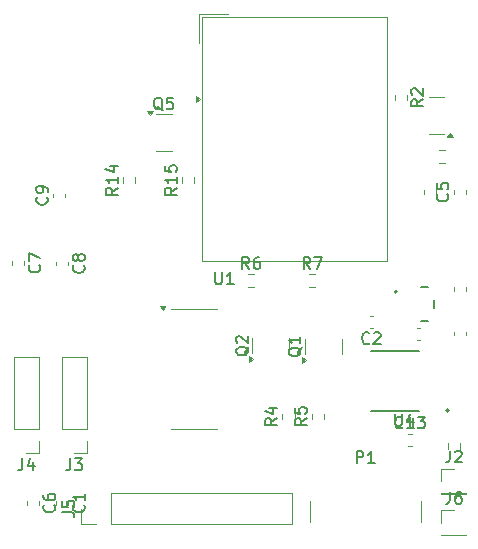
<source format=gbr>
%TF.GenerationSoftware,KiCad,Pcbnew,8.0.2*%
%TF.CreationDate,2025-04-11T11:57:09+07:00*%
%TF.ProjectId,wearable_device,77656172-6162-46c6-955f-646576696365,rev?*%
%TF.SameCoordinates,Original*%
%TF.FileFunction,Legend,Top*%
%TF.FilePolarity,Positive*%
%FSLAX46Y46*%
G04 Gerber Fmt 4.6, Leading zero omitted, Abs format (unit mm)*
G04 Created by KiCad (PCBNEW 8.0.2) date 2025-04-11 11:57:09*
%MOMM*%
%LPD*%
G01*
G04 APERTURE LIST*
%ADD10C,0.150000*%
%ADD11C,0.120000*%
%ADD12C,0.127000*%
%ADD13C,0.200000*%
G04 APERTURE END LIST*
D10*
X190039580Y-73641666D02*
X190087200Y-73689285D01*
X190087200Y-73689285D02*
X190134819Y-73832142D01*
X190134819Y-73832142D02*
X190134819Y-73927380D01*
X190134819Y-73927380D02*
X190087200Y-74070237D01*
X190087200Y-74070237D02*
X189991961Y-74165475D01*
X189991961Y-74165475D02*
X189896723Y-74213094D01*
X189896723Y-74213094D02*
X189706247Y-74260713D01*
X189706247Y-74260713D02*
X189563390Y-74260713D01*
X189563390Y-74260713D02*
X189372914Y-74213094D01*
X189372914Y-74213094D02*
X189277676Y-74165475D01*
X189277676Y-74165475D02*
X189182438Y-74070237D01*
X189182438Y-74070237D02*
X189134819Y-73927380D01*
X189134819Y-73927380D02*
X189134819Y-73832142D01*
X189134819Y-73832142D02*
X189182438Y-73689285D01*
X189182438Y-73689285D02*
X189230057Y-73641666D01*
X189134819Y-73308332D02*
X189134819Y-72641666D01*
X189134819Y-72641666D02*
X190134819Y-73070237D01*
X224816666Y-92844819D02*
X224816666Y-93559104D01*
X224816666Y-93559104D02*
X224769047Y-93701961D01*
X224769047Y-93701961D02*
X224673809Y-93797200D01*
X224673809Y-93797200D02*
X224530952Y-93844819D01*
X224530952Y-93844819D02*
X224435714Y-93844819D01*
X225721428Y-92844819D02*
X225530952Y-92844819D01*
X225530952Y-92844819D02*
X225435714Y-92892438D01*
X225435714Y-92892438D02*
X225388095Y-92940057D01*
X225388095Y-92940057D02*
X225292857Y-93082914D01*
X225292857Y-93082914D02*
X225245238Y-93273390D01*
X225245238Y-93273390D02*
X225245238Y-93654342D01*
X225245238Y-93654342D02*
X225292857Y-93749580D01*
X225292857Y-93749580D02*
X225340476Y-93797200D01*
X225340476Y-93797200D02*
X225435714Y-93844819D01*
X225435714Y-93844819D02*
X225626190Y-93844819D01*
X225626190Y-93844819D02*
X225721428Y-93797200D01*
X225721428Y-93797200D02*
X225769047Y-93749580D01*
X225769047Y-93749580D02*
X225816666Y-93654342D01*
X225816666Y-93654342D02*
X225816666Y-93416247D01*
X225816666Y-93416247D02*
X225769047Y-93321009D01*
X225769047Y-93321009D02*
X225721428Y-93273390D01*
X225721428Y-93273390D02*
X225626190Y-93225771D01*
X225626190Y-93225771D02*
X225435714Y-93225771D01*
X225435714Y-93225771D02*
X225340476Y-93273390D01*
X225340476Y-93273390D02*
X225292857Y-93321009D01*
X225292857Y-93321009D02*
X225245238Y-93416247D01*
X212674819Y-86616666D02*
X212198628Y-86949999D01*
X212674819Y-87188094D02*
X211674819Y-87188094D01*
X211674819Y-87188094D02*
X211674819Y-86807142D01*
X211674819Y-86807142D02*
X211722438Y-86711904D01*
X211722438Y-86711904D02*
X211770057Y-86664285D01*
X211770057Y-86664285D02*
X211865295Y-86616666D01*
X211865295Y-86616666D02*
X212008152Y-86616666D01*
X212008152Y-86616666D02*
X212103390Y-86664285D01*
X212103390Y-86664285D02*
X212151009Y-86711904D01*
X212151009Y-86711904D02*
X212198628Y-86807142D01*
X212198628Y-86807142D02*
X212198628Y-87188094D01*
X211674819Y-85711904D02*
X211674819Y-86188094D01*
X211674819Y-86188094D02*
X212151009Y-86235713D01*
X212151009Y-86235713D02*
X212103390Y-86188094D01*
X212103390Y-86188094D02*
X212055771Y-86092856D01*
X212055771Y-86092856D02*
X212055771Y-85854761D01*
X212055771Y-85854761D02*
X212103390Y-85759523D01*
X212103390Y-85759523D02*
X212151009Y-85711904D01*
X212151009Y-85711904D02*
X212246247Y-85664285D01*
X212246247Y-85664285D02*
X212484342Y-85664285D01*
X212484342Y-85664285D02*
X212579580Y-85711904D01*
X212579580Y-85711904D02*
X212627200Y-85759523D01*
X212627200Y-85759523D02*
X212674819Y-85854761D01*
X212674819Y-85854761D02*
X212674819Y-86092856D01*
X212674819Y-86092856D02*
X212627200Y-86188094D01*
X212627200Y-86188094D02*
X212579580Y-86235713D01*
X204938095Y-74254819D02*
X204938095Y-75064342D01*
X204938095Y-75064342D02*
X204985714Y-75159580D01*
X204985714Y-75159580D02*
X205033333Y-75207200D01*
X205033333Y-75207200D02*
X205128571Y-75254819D01*
X205128571Y-75254819D02*
X205319047Y-75254819D01*
X205319047Y-75254819D02*
X205414285Y-75207200D01*
X205414285Y-75207200D02*
X205461904Y-75159580D01*
X205461904Y-75159580D02*
X205509523Y-75064342D01*
X205509523Y-75064342D02*
X205509523Y-74254819D01*
X206509523Y-75254819D02*
X205938095Y-75254819D01*
X206223809Y-75254819D02*
X206223809Y-74254819D01*
X206223809Y-74254819D02*
X206128571Y-74397676D01*
X206128571Y-74397676D02*
X206033333Y-74492914D01*
X206033333Y-74492914D02*
X205938095Y-74540533D01*
X212983333Y-73974819D02*
X212650000Y-73498628D01*
X212411905Y-73974819D02*
X212411905Y-72974819D01*
X212411905Y-72974819D02*
X212792857Y-72974819D01*
X212792857Y-72974819D02*
X212888095Y-73022438D01*
X212888095Y-73022438D02*
X212935714Y-73070057D01*
X212935714Y-73070057D02*
X212983333Y-73165295D01*
X212983333Y-73165295D02*
X212983333Y-73308152D01*
X212983333Y-73308152D02*
X212935714Y-73403390D01*
X212935714Y-73403390D02*
X212888095Y-73451009D01*
X212888095Y-73451009D02*
X212792857Y-73498628D01*
X212792857Y-73498628D02*
X212411905Y-73498628D01*
X213316667Y-72974819D02*
X213983333Y-72974819D01*
X213983333Y-72974819D02*
X213554762Y-73974819D01*
X222534819Y-59616666D02*
X222058628Y-59949999D01*
X222534819Y-60188094D02*
X221534819Y-60188094D01*
X221534819Y-60188094D02*
X221534819Y-59807142D01*
X221534819Y-59807142D02*
X221582438Y-59711904D01*
X221582438Y-59711904D02*
X221630057Y-59664285D01*
X221630057Y-59664285D02*
X221725295Y-59616666D01*
X221725295Y-59616666D02*
X221868152Y-59616666D01*
X221868152Y-59616666D02*
X221963390Y-59664285D01*
X221963390Y-59664285D02*
X222011009Y-59711904D01*
X222011009Y-59711904D02*
X222058628Y-59807142D01*
X222058628Y-59807142D02*
X222058628Y-60188094D01*
X221630057Y-59235713D02*
X221582438Y-59188094D01*
X221582438Y-59188094D02*
X221534819Y-59092856D01*
X221534819Y-59092856D02*
X221534819Y-58854761D01*
X221534819Y-58854761D02*
X221582438Y-58759523D01*
X221582438Y-58759523D02*
X221630057Y-58711904D01*
X221630057Y-58711904D02*
X221725295Y-58664285D01*
X221725295Y-58664285D02*
X221820533Y-58664285D01*
X221820533Y-58664285D02*
X221963390Y-58711904D01*
X221963390Y-58711904D02*
X222534819Y-59283332D01*
X222534819Y-59283332D02*
X222534819Y-58664285D01*
X212250057Y-80607738D02*
X212202438Y-80702976D01*
X212202438Y-80702976D02*
X212107200Y-80798214D01*
X212107200Y-80798214D02*
X211964342Y-80941071D01*
X211964342Y-80941071D02*
X211916723Y-81036309D01*
X211916723Y-81036309D02*
X211916723Y-81131547D01*
X212154819Y-81083928D02*
X212107200Y-81179166D01*
X212107200Y-81179166D02*
X212011961Y-81274404D01*
X212011961Y-81274404D02*
X211821485Y-81322023D01*
X211821485Y-81322023D02*
X211488152Y-81322023D01*
X211488152Y-81322023D02*
X211297676Y-81274404D01*
X211297676Y-81274404D02*
X211202438Y-81179166D01*
X211202438Y-81179166D02*
X211154819Y-81083928D01*
X211154819Y-81083928D02*
X211154819Y-80893452D01*
X211154819Y-80893452D02*
X211202438Y-80798214D01*
X211202438Y-80798214D02*
X211297676Y-80702976D01*
X211297676Y-80702976D02*
X211488152Y-80655357D01*
X211488152Y-80655357D02*
X211821485Y-80655357D01*
X211821485Y-80655357D02*
X212011961Y-80702976D01*
X212011961Y-80702976D02*
X212107200Y-80798214D01*
X212107200Y-80798214D02*
X212154819Y-80893452D01*
X212154819Y-80893452D02*
X212154819Y-81083928D01*
X212154819Y-79702976D02*
X212154819Y-80274404D01*
X212154819Y-79988690D02*
X211154819Y-79988690D01*
X211154819Y-79988690D02*
X211297676Y-80083928D01*
X211297676Y-80083928D02*
X211392914Y-80179166D01*
X211392914Y-80179166D02*
X211440533Y-80274404D01*
X210164819Y-86616666D02*
X209688628Y-86949999D01*
X210164819Y-87188094D02*
X209164819Y-87188094D01*
X209164819Y-87188094D02*
X209164819Y-86807142D01*
X209164819Y-86807142D02*
X209212438Y-86711904D01*
X209212438Y-86711904D02*
X209260057Y-86664285D01*
X209260057Y-86664285D02*
X209355295Y-86616666D01*
X209355295Y-86616666D02*
X209498152Y-86616666D01*
X209498152Y-86616666D02*
X209593390Y-86664285D01*
X209593390Y-86664285D02*
X209641009Y-86711904D01*
X209641009Y-86711904D02*
X209688628Y-86807142D01*
X209688628Y-86807142D02*
X209688628Y-87188094D01*
X209498152Y-85759523D02*
X210164819Y-85759523D01*
X209117200Y-85997618D02*
X209831485Y-86235713D01*
X209831485Y-86235713D02*
X209831485Y-85616666D01*
X220183095Y-86266819D02*
X220183095Y-87076342D01*
X220183095Y-87076342D02*
X220230714Y-87171580D01*
X220230714Y-87171580D02*
X220278333Y-87219200D01*
X220278333Y-87219200D02*
X220373571Y-87266819D01*
X220373571Y-87266819D02*
X220564047Y-87266819D01*
X220564047Y-87266819D02*
X220659285Y-87219200D01*
X220659285Y-87219200D02*
X220706904Y-87171580D01*
X220706904Y-87171580D02*
X220754523Y-87076342D01*
X220754523Y-87076342D02*
X220754523Y-86266819D01*
X221659285Y-86600152D02*
X221659285Y-87266819D01*
X221421190Y-86219200D02*
X221183095Y-86933485D01*
X221183095Y-86933485D02*
X221802142Y-86933485D01*
X201674819Y-67092857D02*
X201198628Y-67426190D01*
X201674819Y-67664285D02*
X200674819Y-67664285D01*
X200674819Y-67664285D02*
X200674819Y-67283333D01*
X200674819Y-67283333D02*
X200722438Y-67188095D01*
X200722438Y-67188095D02*
X200770057Y-67140476D01*
X200770057Y-67140476D02*
X200865295Y-67092857D01*
X200865295Y-67092857D02*
X201008152Y-67092857D01*
X201008152Y-67092857D02*
X201103390Y-67140476D01*
X201103390Y-67140476D02*
X201151009Y-67188095D01*
X201151009Y-67188095D02*
X201198628Y-67283333D01*
X201198628Y-67283333D02*
X201198628Y-67664285D01*
X201674819Y-66140476D02*
X201674819Y-66711904D01*
X201674819Y-66426190D02*
X200674819Y-66426190D01*
X200674819Y-66426190D02*
X200817676Y-66521428D01*
X200817676Y-66521428D02*
X200912914Y-66616666D01*
X200912914Y-66616666D02*
X200960533Y-66711904D01*
X200674819Y-65235714D02*
X200674819Y-65711904D01*
X200674819Y-65711904D02*
X201151009Y-65759523D01*
X201151009Y-65759523D02*
X201103390Y-65711904D01*
X201103390Y-65711904D02*
X201055771Y-65616666D01*
X201055771Y-65616666D02*
X201055771Y-65378571D01*
X201055771Y-65378571D02*
X201103390Y-65283333D01*
X201103390Y-65283333D02*
X201151009Y-65235714D01*
X201151009Y-65235714D02*
X201246247Y-65188095D01*
X201246247Y-65188095D02*
X201484342Y-65188095D01*
X201484342Y-65188095D02*
X201579580Y-65235714D01*
X201579580Y-65235714D02*
X201627200Y-65283333D01*
X201627200Y-65283333D02*
X201674819Y-65378571D01*
X201674819Y-65378571D02*
X201674819Y-65616666D01*
X201674819Y-65616666D02*
X201627200Y-65711904D01*
X201627200Y-65711904D02*
X201579580Y-65759523D01*
X193789580Y-93941666D02*
X193837200Y-93989285D01*
X193837200Y-93989285D02*
X193884819Y-94132142D01*
X193884819Y-94132142D02*
X193884819Y-94227380D01*
X193884819Y-94227380D02*
X193837200Y-94370237D01*
X193837200Y-94370237D02*
X193741961Y-94465475D01*
X193741961Y-94465475D02*
X193646723Y-94513094D01*
X193646723Y-94513094D02*
X193456247Y-94560713D01*
X193456247Y-94560713D02*
X193313390Y-94560713D01*
X193313390Y-94560713D02*
X193122914Y-94513094D01*
X193122914Y-94513094D02*
X193027676Y-94465475D01*
X193027676Y-94465475D02*
X192932438Y-94370237D01*
X192932438Y-94370237D02*
X192884819Y-94227380D01*
X192884819Y-94227380D02*
X192884819Y-94132142D01*
X192884819Y-94132142D02*
X192932438Y-93989285D01*
X192932438Y-93989285D02*
X192980057Y-93941666D01*
X193884819Y-92989285D02*
X193884819Y-93560713D01*
X193884819Y-93274999D02*
X192884819Y-93274999D01*
X192884819Y-93274999D02*
X193027676Y-93370237D01*
X193027676Y-93370237D02*
X193122914Y-93465475D01*
X193122914Y-93465475D02*
X193170533Y-93560713D01*
X191999819Y-94583333D02*
X192714104Y-94583333D01*
X192714104Y-94583333D02*
X192856961Y-94630952D01*
X192856961Y-94630952D02*
X192952200Y-94726190D01*
X192952200Y-94726190D02*
X192999819Y-94869047D01*
X192999819Y-94869047D02*
X192999819Y-94964285D01*
X191999819Y-93630952D02*
X191999819Y-94107142D01*
X191999819Y-94107142D02*
X192476009Y-94154761D01*
X192476009Y-94154761D02*
X192428390Y-94107142D01*
X192428390Y-94107142D02*
X192380771Y-94011904D01*
X192380771Y-94011904D02*
X192380771Y-93773809D01*
X192380771Y-93773809D02*
X192428390Y-93678571D01*
X192428390Y-93678571D02*
X192476009Y-93630952D01*
X192476009Y-93630952D02*
X192571247Y-93583333D01*
X192571247Y-93583333D02*
X192809342Y-93583333D01*
X192809342Y-93583333D02*
X192904580Y-93630952D01*
X192904580Y-93630952D02*
X192952200Y-93678571D01*
X192952200Y-93678571D02*
X192999819Y-93773809D01*
X192999819Y-93773809D02*
X192999819Y-94011904D01*
X192999819Y-94011904D02*
X192952200Y-94107142D01*
X192952200Y-94107142D02*
X192904580Y-94154761D01*
X207800057Y-80545238D02*
X207752438Y-80640476D01*
X207752438Y-80640476D02*
X207657200Y-80735714D01*
X207657200Y-80735714D02*
X207514342Y-80878571D01*
X207514342Y-80878571D02*
X207466723Y-80973809D01*
X207466723Y-80973809D02*
X207466723Y-81069047D01*
X207704819Y-81021428D02*
X207657200Y-81116666D01*
X207657200Y-81116666D02*
X207561961Y-81211904D01*
X207561961Y-81211904D02*
X207371485Y-81259523D01*
X207371485Y-81259523D02*
X207038152Y-81259523D01*
X207038152Y-81259523D02*
X206847676Y-81211904D01*
X206847676Y-81211904D02*
X206752438Y-81116666D01*
X206752438Y-81116666D02*
X206704819Y-81021428D01*
X206704819Y-81021428D02*
X206704819Y-80830952D01*
X206704819Y-80830952D02*
X206752438Y-80735714D01*
X206752438Y-80735714D02*
X206847676Y-80640476D01*
X206847676Y-80640476D02*
X207038152Y-80592857D01*
X207038152Y-80592857D02*
X207371485Y-80592857D01*
X207371485Y-80592857D02*
X207561961Y-80640476D01*
X207561961Y-80640476D02*
X207657200Y-80735714D01*
X207657200Y-80735714D02*
X207704819Y-80830952D01*
X207704819Y-80830952D02*
X207704819Y-81021428D01*
X206800057Y-80211904D02*
X206752438Y-80164285D01*
X206752438Y-80164285D02*
X206704819Y-80069047D01*
X206704819Y-80069047D02*
X206704819Y-79830952D01*
X206704819Y-79830952D02*
X206752438Y-79735714D01*
X206752438Y-79735714D02*
X206800057Y-79688095D01*
X206800057Y-79688095D02*
X206895295Y-79640476D01*
X206895295Y-79640476D02*
X206990533Y-79640476D01*
X206990533Y-79640476D02*
X207133390Y-79688095D01*
X207133390Y-79688095D02*
X207704819Y-80259523D01*
X207704819Y-80259523D02*
X207704819Y-79640476D01*
X190679580Y-67891666D02*
X190727200Y-67939285D01*
X190727200Y-67939285D02*
X190774819Y-68082142D01*
X190774819Y-68082142D02*
X190774819Y-68177380D01*
X190774819Y-68177380D02*
X190727200Y-68320237D01*
X190727200Y-68320237D02*
X190631961Y-68415475D01*
X190631961Y-68415475D02*
X190536723Y-68463094D01*
X190536723Y-68463094D02*
X190346247Y-68510713D01*
X190346247Y-68510713D02*
X190203390Y-68510713D01*
X190203390Y-68510713D02*
X190012914Y-68463094D01*
X190012914Y-68463094D02*
X189917676Y-68415475D01*
X189917676Y-68415475D02*
X189822438Y-68320237D01*
X189822438Y-68320237D02*
X189774819Y-68177380D01*
X189774819Y-68177380D02*
X189774819Y-68082142D01*
X189774819Y-68082142D02*
X189822438Y-67939285D01*
X189822438Y-67939285D02*
X189870057Y-67891666D01*
X190774819Y-67415475D02*
X190774819Y-67224999D01*
X190774819Y-67224999D02*
X190727200Y-67129761D01*
X190727200Y-67129761D02*
X190679580Y-67082142D01*
X190679580Y-67082142D02*
X190536723Y-66986904D01*
X190536723Y-66986904D02*
X190346247Y-66939285D01*
X190346247Y-66939285D02*
X189965295Y-66939285D01*
X189965295Y-66939285D02*
X189870057Y-66986904D01*
X189870057Y-66986904D02*
X189822438Y-67034523D01*
X189822438Y-67034523D02*
X189774819Y-67129761D01*
X189774819Y-67129761D02*
X189774819Y-67320237D01*
X189774819Y-67320237D02*
X189822438Y-67415475D01*
X189822438Y-67415475D02*
X189870057Y-67463094D01*
X189870057Y-67463094D02*
X189965295Y-67510713D01*
X189965295Y-67510713D02*
X190203390Y-67510713D01*
X190203390Y-67510713D02*
X190298628Y-67463094D01*
X190298628Y-67463094D02*
X190346247Y-67415475D01*
X190346247Y-67415475D02*
X190393866Y-67320237D01*
X190393866Y-67320237D02*
X190393866Y-67129761D01*
X190393866Y-67129761D02*
X190346247Y-67034523D01*
X190346247Y-67034523D02*
X190298628Y-66986904D01*
X190298628Y-66986904D02*
X190203390Y-66939285D01*
X216911905Y-90404819D02*
X216911905Y-89404819D01*
X216911905Y-89404819D02*
X217292857Y-89404819D01*
X217292857Y-89404819D02*
X217388095Y-89452438D01*
X217388095Y-89452438D02*
X217435714Y-89500057D01*
X217435714Y-89500057D02*
X217483333Y-89595295D01*
X217483333Y-89595295D02*
X217483333Y-89738152D01*
X217483333Y-89738152D02*
X217435714Y-89833390D01*
X217435714Y-89833390D02*
X217388095Y-89881009D01*
X217388095Y-89881009D02*
X217292857Y-89928628D01*
X217292857Y-89928628D02*
X216911905Y-89928628D01*
X218435714Y-90404819D02*
X217864286Y-90404819D01*
X218150000Y-90404819D02*
X218150000Y-89404819D01*
X218150000Y-89404819D02*
X218054762Y-89547676D01*
X218054762Y-89547676D02*
X217959524Y-89642914D01*
X217959524Y-89642914D02*
X217864286Y-89690533D01*
X192666666Y-90014819D02*
X192666666Y-90729104D01*
X192666666Y-90729104D02*
X192619047Y-90871961D01*
X192619047Y-90871961D02*
X192523809Y-90967200D01*
X192523809Y-90967200D02*
X192380952Y-91014819D01*
X192380952Y-91014819D02*
X192285714Y-91014819D01*
X193047619Y-90014819D02*
X193666666Y-90014819D01*
X193666666Y-90014819D02*
X193333333Y-90395771D01*
X193333333Y-90395771D02*
X193476190Y-90395771D01*
X193476190Y-90395771D02*
X193571428Y-90443390D01*
X193571428Y-90443390D02*
X193619047Y-90491009D01*
X193619047Y-90491009D02*
X193666666Y-90586247D01*
X193666666Y-90586247D02*
X193666666Y-90824342D01*
X193666666Y-90824342D02*
X193619047Y-90919580D01*
X193619047Y-90919580D02*
X193571428Y-90967200D01*
X193571428Y-90967200D02*
X193476190Y-91014819D01*
X193476190Y-91014819D02*
X193190476Y-91014819D01*
X193190476Y-91014819D02*
X193095238Y-90967200D01*
X193095238Y-90967200D02*
X193047619Y-90919580D01*
X220782142Y-87379580D02*
X220734523Y-87427200D01*
X220734523Y-87427200D02*
X220591666Y-87474819D01*
X220591666Y-87474819D02*
X220496428Y-87474819D01*
X220496428Y-87474819D02*
X220353571Y-87427200D01*
X220353571Y-87427200D02*
X220258333Y-87331961D01*
X220258333Y-87331961D02*
X220210714Y-87236723D01*
X220210714Y-87236723D02*
X220163095Y-87046247D01*
X220163095Y-87046247D02*
X220163095Y-86903390D01*
X220163095Y-86903390D02*
X220210714Y-86712914D01*
X220210714Y-86712914D02*
X220258333Y-86617676D01*
X220258333Y-86617676D02*
X220353571Y-86522438D01*
X220353571Y-86522438D02*
X220496428Y-86474819D01*
X220496428Y-86474819D02*
X220591666Y-86474819D01*
X220591666Y-86474819D02*
X220734523Y-86522438D01*
X220734523Y-86522438D02*
X220782142Y-86570057D01*
X221734523Y-87474819D02*
X221163095Y-87474819D01*
X221448809Y-87474819D02*
X221448809Y-86474819D01*
X221448809Y-86474819D02*
X221353571Y-86617676D01*
X221353571Y-86617676D02*
X221258333Y-86712914D01*
X221258333Y-86712914D02*
X221163095Y-86760533D01*
X222067857Y-86474819D02*
X222686904Y-86474819D01*
X222686904Y-86474819D02*
X222353571Y-86855771D01*
X222353571Y-86855771D02*
X222496428Y-86855771D01*
X222496428Y-86855771D02*
X222591666Y-86903390D01*
X222591666Y-86903390D02*
X222639285Y-86951009D01*
X222639285Y-86951009D02*
X222686904Y-87046247D01*
X222686904Y-87046247D02*
X222686904Y-87284342D01*
X222686904Y-87284342D02*
X222639285Y-87379580D01*
X222639285Y-87379580D02*
X222591666Y-87427200D01*
X222591666Y-87427200D02*
X222496428Y-87474819D01*
X222496428Y-87474819D02*
X222210714Y-87474819D01*
X222210714Y-87474819D02*
X222115476Y-87427200D01*
X222115476Y-87427200D02*
X222067857Y-87379580D01*
X193789580Y-73666666D02*
X193837200Y-73714285D01*
X193837200Y-73714285D02*
X193884819Y-73857142D01*
X193884819Y-73857142D02*
X193884819Y-73952380D01*
X193884819Y-73952380D02*
X193837200Y-74095237D01*
X193837200Y-74095237D02*
X193741961Y-74190475D01*
X193741961Y-74190475D02*
X193646723Y-74238094D01*
X193646723Y-74238094D02*
X193456247Y-74285713D01*
X193456247Y-74285713D02*
X193313390Y-74285713D01*
X193313390Y-74285713D02*
X193122914Y-74238094D01*
X193122914Y-74238094D02*
X193027676Y-74190475D01*
X193027676Y-74190475D02*
X192932438Y-74095237D01*
X192932438Y-74095237D02*
X192884819Y-73952380D01*
X192884819Y-73952380D02*
X192884819Y-73857142D01*
X192884819Y-73857142D02*
X192932438Y-73714285D01*
X192932438Y-73714285D02*
X192980057Y-73666666D01*
X193313390Y-73095237D02*
X193265771Y-73190475D01*
X193265771Y-73190475D02*
X193218152Y-73238094D01*
X193218152Y-73238094D02*
X193122914Y-73285713D01*
X193122914Y-73285713D02*
X193075295Y-73285713D01*
X193075295Y-73285713D02*
X192980057Y-73238094D01*
X192980057Y-73238094D02*
X192932438Y-73190475D01*
X192932438Y-73190475D02*
X192884819Y-73095237D01*
X192884819Y-73095237D02*
X192884819Y-72904761D01*
X192884819Y-72904761D02*
X192932438Y-72809523D01*
X192932438Y-72809523D02*
X192980057Y-72761904D01*
X192980057Y-72761904D02*
X193075295Y-72714285D01*
X193075295Y-72714285D02*
X193122914Y-72714285D01*
X193122914Y-72714285D02*
X193218152Y-72761904D01*
X193218152Y-72761904D02*
X193265771Y-72809523D01*
X193265771Y-72809523D02*
X193313390Y-72904761D01*
X193313390Y-72904761D02*
X193313390Y-73095237D01*
X193313390Y-73095237D02*
X193361009Y-73190475D01*
X193361009Y-73190475D02*
X193408628Y-73238094D01*
X193408628Y-73238094D02*
X193503866Y-73285713D01*
X193503866Y-73285713D02*
X193694342Y-73285713D01*
X193694342Y-73285713D02*
X193789580Y-73238094D01*
X193789580Y-73238094D02*
X193837200Y-73190475D01*
X193837200Y-73190475D02*
X193884819Y-73095237D01*
X193884819Y-73095237D02*
X193884819Y-72904761D01*
X193884819Y-72904761D02*
X193837200Y-72809523D01*
X193837200Y-72809523D02*
X193789580Y-72761904D01*
X193789580Y-72761904D02*
X193694342Y-72714285D01*
X193694342Y-72714285D02*
X193503866Y-72714285D01*
X193503866Y-72714285D02*
X193408628Y-72761904D01*
X193408628Y-72761904D02*
X193361009Y-72809523D01*
X193361009Y-72809523D02*
X193313390Y-72904761D01*
X188616666Y-90014819D02*
X188616666Y-90729104D01*
X188616666Y-90729104D02*
X188569047Y-90871961D01*
X188569047Y-90871961D02*
X188473809Y-90967200D01*
X188473809Y-90967200D02*
X188330952Y-91014819D01*
X188330952Y-91014819D02*
X188235714Y-91014819D01*
X189521428Y-90348152D02*
X189521428Y-91014819D01*
X189283333Y-89967200D02*
X189045238Y-90681485D01*
X189045238Y-90681485D02*
X189664285Y-90681485D01*
X224579580Y-67616666D02*
X224627200Y-67664285D01*
X224627200Y-67664285D02*
X224674819Y-67807142D01*
X224674819Y-67807142D02*
X224674819Y-67902380D01*
X224674819Y-67902380D02*
X224627200Y-68045237D01*
X224627200Y-68045237D02*
X224531961Y-68140475D01*
X224531961Y-68140475D02*
X224436723Y-68188094D01*
X224436723Y-68188094D02*
X224246247Y-68235713D01*
X224246247Y-68235713D02*
X224103390Y-68235713D01*
X224103390Y-68235713D02*
X223912914Y-68188094D01*
X223912914Y-68188094D02*
X223817676Y-68140475D01*
X223817676Y-68140475D02*
X223722438Y-68045237D01*
X223722438Y-68045237D02*
X223674819Y-67902380D01*
X223674819Y-67902380D02*
X223674819Y-67807142D01*
X223674819Y-67807142D02*
X223722438Y-67664285D01*
X223722438Y-67664285D02*
X223770057Y-67616666D01*
X223674819Y-66711904D02*
X223674819Y-67188094D01*
X223674819Y-67188094D02*
X224151009Y-67235713D01*
X224151009Y-67235713D02*
X224103390Y-67188094D01*
X224103390Y-67188094D02*
X224055771Y-67092856D01*
X224055771Y-67092856D02*
X224055771Y-66854761D01*
X224055771Y-66854761D02*
X224103390Y-66759523D01*
X224103390Y-66759523D02*
X224151009Y-66711904D01*
X224151009Y-66711904D02*
X224246247Y-66664285D01*
X224246247Y-66664285D02*
X224484342Y-66664285D01*
X224484342Y-66664285D02*
X224579580Y-66711904D01*
X224579580Y-66711904D02*
X224627200Y-66759523D01*
X224627200Y-66759523D02*
X224674819Y-66854761D01*
X224674819Y-66854761D02*
X224674819Y-67092856D01*
X224674819Y-67092856D02*
X224627200Y-67188094D01*
X224627200Y-67188094D02*
X224579580Y-67235713D01*
X196674819Y-67092857D02*
X196198628Y-67426190D01*
X196674819Y-67664285D02*
X195674819Y-67664285D01*
X195674819Y-67664285D02*
X195674819Y-67283333D01*
X195674819Y-67283333D02*
X195722438Y-67188095D01*
X195722438Y-67188095D02*
X195770057Y-67140476D01*
X195770057Y-67140476D02*
X195865295Y-67092857D01*
X195865295Y-67092857D02*
X196008152Y-67092857D01*
X196008152Y-67092857D02*
X196103390Y-67140476D01*
X196103390Y-67140476D02*
X196151009Y-67188095D01*
X196151009Y-67188095D02*
X196198628Y-67283333D01*
X196198628Y-67283333D02*
X196198628Y-67664285D01*
X196674819Y-66140476D02*
X196674819Y-66711904D01*
X196674819Y-66426190D02*
X195674819Y-66426190D01*
X195674819Y-66426190D02*
X195817676Y-66521428D01*
X195817676Y-66521428D02*
X195912914Y-66616666D01*
X195912914Y-66616666D02*
X195960533Y-66711904D01*
X196008152Y-65283333D02*
X196674819Y-65283333D01*
X195627200Y-65521428D02*
X196341485Y-65759523D01*
X196341485Y-65759523D02*
X196341485Y-65140476D01*
X200492261Y-60550057D02*
X200397023Y-60502438D01*
X200397023Y-60502438D02*
X200301785Y-60407200D01*
X200301785Y-60407200D02*
X200158928Y-60264342D01*
X200158928Y-60264342D02*
X200063690Y-60216723D01*
X200063690Y-60216723D02*
X199968452Y-60216723D01*
X200016071Y-60454819D02*
X199920833Y-60407200D01*
X199920833Y-60407200D02*
X199825595Y-60311961D01*
X199825595Y-60311961D02*
X199777976Y-60121485D01*
X199777976Y-60121485D02*
X199777976Y-59788152D01*
X199777976Y-59788152D02*
X199825595Y-59597676D01*
X199825595Y-59597676D02*
X199920833Y-59502438D01*
X199920833Y-59502438D02*
X200016071Y-59454819D01*
X200016071Y-59454819D02*
X200206547Y-59454819D01*
X200206547Y-59454819D02*
X200301785Y-59502438D01*
X200301785Y-59502438D02*
X200397023Y-59597676D01*
X200397023Y-59597676D02*
X200444642Y-59788152D01*
X200444642Y-59788152D02*
X200444642Y-60121485D01*
X200444642Y-60121485D02*
X200397023Y-60311961D01*
X200397023Y-60311961D02*
X200301785Y-60407200D01*
X200301785Y-60407200D02*
X200206547Y-60454819D01*
X200206547Y-60454819D02*
X200016071Y-60454819D01*
X201349404Y-59454819D02*
X200873214Y-59454819D01*
X200873214Y-59454819D02*
X200825595Y-59931009D01*
X200825595Y-59931009D02*
X200873214Y-59883390D01*
X200873214Y-59883390D02*
X200968452Y-59835771D01*
X200968452Y-59835771D02*
X201206547Y-59835771D01*
X201206547Y-59835771D02*
X201301785Y-59883390D01*
X201301785Y-59883390D02*
X201349404Y-59931009D01*
X201349404Y-59931009D02*
X201397023Y-60026247D01*
X201397023Y-60026247D02*
X201397023Y-60264342D01*
X201397023Y-60264342D02*
X201349404Y-60359580D01*
X201349404Y-60359580D02*
X201301785Y-60407200D01*
X201301785Y-60407200D02*
X201206547Y-60454819D01*
X201206547Y-60454819D02*
X200968452Y-60454819D01*
X200968452Y-60454819D02*
X200873214Y-60407200D01*
X200873214Y-60407200D02*
X200825595Y-60359580D01*
X191289580Y-93941666D02*
X191337200Y-93989285D01*
X191337200Y-93989285D02*
X191384819Y-94132142D01*
X191384819Y-94132142D02*
X191384819Y-94227380D01*
X191384819Y-94227380D02*
X191337200Y-94370237D01*
X191337200Y-94370237D02*
X191241961Y-94465475D01*
X191241961Y-94465475D02*
X191146723Y-94513094D01*
X191146723Y-94513094D02*
X190956247Y-94560713D01*
X190956247Y-94560713D02*
X190813390Y-94560713D01*
X190813390Y-94560713D02*
X190622914Y-94513094D01*
X190622914Y-94513094D02*
X190527676Y-94465475D01*
X190527676Y-94465475D02*
X190432438Y-94370237D01*
X190432438Y-94370237D02*
X190384819Y-94227380D01*
X190384819Y-94227380D02*
X190384819Y-94132142D01*
X190384819Y-94132142D02*
X190432438Y-93989285D01*
X190432438Y-93989285D02*
X190480057Y-93941666D01*
X190384819Y-93084523D02*
X190384819Y-93274999D01*
X190384819Y-93274999D02*
X190432438Y-93370237D01*
X190432438Y-93370237D02*
X190480057Y-93417856D01*
X190480057Y-93417856D02*
X190622914Y-93513094D01*
X190622914Y-93513094D02*
X190813390Y-93560713D01*
X190813390Y-93560713D02*
X191194342Y-93560713D01*
X191194342Y-93560713D02*
X191289580Y-93513094D01*
X191289580Y-93513094D02*
X191337200Y-93465475D01*
X191337200Y-93465475D02*
X191384819Y-93370237D01*
X191384819Y-93370237D02*
X191384819Y-93179761D01*
X191384819Y-93179761D02*
X191337200Y-93084523D01*
X191337200Y-93084523D02*
X191289580Y-93036904D01*
X191289580Y-93036904D02*
X191194342Y-92989285D01*
X191194342Y-92989285D02*
X190956247Y-92989285D01*
X190956247Y-92989285D02*
X190861009Y-93036904D01*
X190861009Y-93036904D02*
X190813390Y-93084523D01*
X190813390Y-93084523D02*
X190765771Y-93179761D01*
X190765771Y-93179761D02*
X190765771Y-93370237D01*
X190765771Y-93370237D02*
X190813390Y-93465475D01*
X190813390Y-93465475D02*
X190861009Y-93513094D01*
X190861009Y-93513094D02*
X190956247Y-93560713D01*
X224816666Y-89344819D02*
X224816666Y-90059104D01*
X224816666Y-90059104D02*
X224769047Y-90201961D01*
X224769047Y-90201961D02*
X224673809Y-90297200D01*
X224673809Y-90297200D02*
X224530952Y-90344819D01*
X224530952Y-90344819D02*
X224435714Y-90344819D01*
X225245238Y-89440057D02*
X225292857Y-89392438D01*
X225292857Y-89392438D02*
X225388095Y-89344819D01*
X225388095Y-89344819D02*
X225626190Y-89344819D01*
X225626190Y-89344819D02*
X225721428Y-89392438D01*
X225721428Y-89392438D02*
X225769047Y-89440057D01*
X225769047Y-89440057D02*
X225816666Y-89535295D01*
X225816666Y-89535295D02*
X225816666Y-89630533D01*
X225816666Y-89630533D02*
X225769047Y-89773390D01*
X225769047Y-89773390D02*
X225197619Y-90344819D01*
X225197619Y-90344819D02*
X225816666Y-90344819D01*
X207808333Y-73974819D02*
X207475000Y-73498628D01*
X207236905Y-73974819D02*
X207236905Y-72974819D01*
X207236905Y-72974819D02*
X207617857Y-72974819D01*
X207617857Y-72974819D02*
X207713095Y-73022438D01*
X207713095Y-73022438D02*
X207760714Y-73070057D01*
X207760714Y-73070057D02*
X207808333Y-73165295D01*
X207808333Y-73165295D02*
X207808333Y-73308152D01*
X207808333Y-73308152D02*
X207760714Y-73403390D01*
X207760714Y-73403390D02*
X207713095Y-73451009D01*
X207713095Y-73451009D02*
X207617857Y-73498628D01*
X207617857Y-73498628D02*
X207236905Y-73498628D01*
X208665476Y-72974819D02*
X208475000Y-72974819D01*
X208475000Y-72974819D02*
X208379762Y-73022438D01*
X208379762Y-73022438D02*
X208332143Y-73070057D01*
X208332143Y-73070057D02*
X208236905Y-73212914D01*
X208236905Y-73212914D02*
X208189286Y-73403390D01*
X208189286Y-73403390D02*
X208189286Y-73784342D01*
X208189286Y-73784342D02*
X208236905Y-73879580D01*
X208236905Y-73879580D02*
X208284524Y-73927200D01*
X208284524Y-73927200D02*
X208379762Y-73974819D01*
X208379762Y-73974819D02*
X208570238Y-73974819D01*
X208570238Y-73974819D02*
X208665476Y-73927200D01*
X208665476Y-73927200D02*
X208713095Y-73879580D01*
X208713095Y-73879580D02*
X208760714Y-73784342D01*
X208760714Y-73784342D02*
X208760714Y-73546247D01*
X208760714Y-73546247D02*
X208713095Y-73451009D01*
X208713095Y-73451009D02*
X208665476Y-73403390D01*
X208665476Y-73403390D02*
X208570238Y-73355771D01*
X208570238Y-73355771D02*
X208379762Y-73355771D01*
X208379762Y-73355771D02*
X208284524Y-73403390D01*
X208284524Y-73403390D02*
X208236905Y-73451009D01*
X208236905Y-73451009D02*
X208189286Y-73546247D01*
X217983333Y-80239580D02*
X217935714Y-80287200D01*
X217935714Y-80287200D02*
X217792857Y-80334819D01*
X217792857Y-80334819D02*
X217697619Y-80334819D01*
X217697619Y-80334819D02*
X217554762Y-80287200D01*
X217554762Y-80287200D02*
X217459524Y-80191961D01*
X217459524Y-80191961D02*
X217411905Y-80096723D01*
X217411905Y-80096723D02*
X217364286Y-79906247D01*
X217364286Y-79906247D02*
X217364286Y-79763390D01*
X217364286Y-79763390D02*
X217411905Y-79572914D01*
X217411905Y-79572914D02*
X217459524Y-79477676D01*
X217459524Y-79477676D02*
X217554762Y-79382438D01*
X217554762Y-79382438D02*
X217697619Y-79334819D01*
X217697619Y-79334819D02*
X217792857Y-79334819D01*
X217792857Y-79334819D02*
X217935714Y-79382438D01*
X217935714Y-79382438D02*
X217983333Y-79430057D01*
X218364286Y-79430057D02*
X218411905Y-79382438D01*
X218411905Y-79382438D02*
X218507143Y-79334819D01*
X218507143Y-79334819D02*
X218745238Y-79334819D01*
X218745238Y-79334819D02*
X218840476Y-79382438D01*
X218840476Y-79382438D02*
X218888095Y-79430057D01*
X218888095Y-79430057D02*
X218935714Y-79525295D01*
X218935714Y-79525295D02*
X218935714Y-79620533D01*
X218935714Y-79620533D02*
X218888095Y-79763390D01*
X218888095Y-79763390D02*
X218316667Y-80334819D01*
X218316667Y-80334819D02*
X218935714Y-80334819D01*
D11*
%TO.C,C7*%
X187740000Y-73334420D02*
X187740000Y-73615580D01*
X188760000Y-73334420D02*
X188760000Y-73615580D01*
%TO.C,J6*%
X224090000Y-94390000D02*
X225150000Y-94390000D01*
X224090000Y-95450000D02*
X224090000Y-94390000D01*
X224090000Y-96450000D02*
X224090000Y-96510000D01*
X224090000Y-96450000D02*
X226210000Y-96450000D01*
X224090000Y-96510000D02*
X226210000Y-96510000D01*
X226210000Y-96450000D02*
X226210000Y-96510000D01*
%TO.C,R5*%
X213127500Y-86687258D02*
X213127500Y-86212742D01*
X214172500Y-86687258D02*
X214172500Y-86212742D01*
%TO.C,R13*%
X223912742Y-63927500D02*
X224387258Y-63927500D01*
X223912742Y-64972500D02*
X224387258Y-64972500D01*
%TO.C,C3*%
X225140000Y-75534420D02*
X225140000Y-75815580D01*
X226160000Y-75534420D02*
X226160000Y-75815580D01*
%TO.C,Q3*%
X223650000Y-59390000D02*
X223000000Y-59390000D01*
X223650000Y-59390000D02*
X224300000Y-59390000D01*
X223650000Y-62510000D02*
X223000000Y-62510000D01*
X223650000Y-62510000D02*
X224300000Y-62510000D01*
X225052500Y-62790000D02*
X224572500Y-62790000D01*
X224812500Y-62460000D01*
X225052500Y-62790000D01*
G36*
X225052500Y-62790000D02*
G01*
X224572500Y-62790000D01*
X224812500Y-62460000D01*
X225052500Y-62790000D01*
G37*
%TO.C,U1*%
X203575000Y-52350000D02*
X203575000Y-54800000D01*
X203575000Y-52350000D02*
X206025000Y-52350000D01*
X203850000Y-52600000D02*
X219450000Y-52600000D01*
X203850000Y-73300000D02*
X203850000Y-52600000D01*
X219450000Y-52600000D02*
X219450000Y-73300000D01*
X219450000Y-73300000D02*
X203850000Y-73300000D01*
X203675000Y-59550000D02*
X203339000Y-59790000D01*
X203339000Y-59310000D01*
X203675000Y-59550000D01*
G36*
X203675000Y-59550000D02*
G01*
X203339000Y-59790000D01*
X203339000Y-59310000D01*
X203675000Y-59550000D01*
G37*
%TO.C,R7*%
X212912742Y-74427500D02*
X213387258Y-74427500D01*
X212912742Y-75472500D02*
X213387258Y-75472500D01*
%TO.C,R2*%
X220127500Y-59212742D02*
X220127500Y-59687258D01*
X221172500Y-59212742D02*
X221172500Y-59687258D01*
%TO.C,Q1*%
X212540000Y-80512500D02*
X212540000Y-79862500D01*
X212540000Y-80512500D02*
X212540000Y-81162500D01*
X215660000Y-80512500D02*
X215660000Y-79862500D01*
X215660000Y-80512500D02*
X215660000Y-81162500D01*
X212590000Y-81675000D02*
X212260000Y-81915000D01*
X212260000Y-81435000D01*
X212590000Y-81675000D01*
G36*
X212590000Y-81675000D02*
G01*
X212260000Y-81915000D01*
X212260000Y-81435000D01*
X212590000Y-81675000D01*
G37*
%TO.C,R4*%
X210617500Y-86687258D02*
X210617500Y-86212742D01*
X211662500Y-86687258D02*
X211662500Y-86212742D01*
D12*
%TO.C,U4*%
X222150000Y-80900000D02*
X218150000Y-80900000D01*
X222150000Y-86000000D02*
X218150000Y-86000000D01*
D13*
X224695000Y-85955000D02*
G75*
G02*
X224495000Y-85955000I-100000J0D01*
G01*
X224495000Y-85955000D02*
G75*
G02*
X224695000Y-85955000I100000J0D01*
G01*
D11*
%TO.C,C4*%
X222630000Y-67590580D02*
X222630000Y-67309420D01*
X223650000Y-67590580D02*
X223650000Y-67309420D01*
%TO.C,R15*%
X202127500Y-66687258D02*
X202127500Y-66212742D01*
X203172500Y-66687258D02*
X203172500Y-66212742D01*
%TO.C,C1*%
X191490000Y-93634420D02*
X191490000Y-93915580D01*
X192510000Y-93634420D02*
X192510000Y-93915580D01*
%TO.C,J5*%
X193545000Y-95580000D02*
X193545000Y-94250000D01*
X194875000Y-95580000D02*
X193545000Y-95580000D01*
X196145000Y-92920000D02*
X211445000Y-92920000D01*
X196145000Y-95580000D02*
X196145000Y-92920000D01*
X196145000Y-95580000D02*
X211445000Y-95580000D01*
X211445000Y-95580000D02*
X211445000Y-92920000D01*
%TO.C,C12*%
X225140000Y-79309420D02*
X225140000Y-79590580D01*
X226160000Y-79309420D02*
X226160000Y-79590580D01*
%TO.C,Q2*%
X208090000Y-80450000D02*
X208090000Y-79800000D01*
X208090000Y-80450000D02*
X208090000Y-81100000D01*
X211210000Y-80450000D02*
X211210000Y-79800000D01*
X211210000Y-80450000D02*
X211210000Y-81100000D01*
X208140000Y-81612500D02*
X207810000Y-81852500D01*
X207810000Y-81372500D01*
X208140000Y-81612500D01*
G36*
X208140000Y-81612500D02*
G01*
X207810000Y-81852500D01*
X207810000Y-81372500D01*
X208140000Y-81612500D01*
G37*
%TO.C,C9*%
X191240000Y-67865580D02*
X191240000Y-67584420D01*
X192260000Y-67865580D02*
X192260000Y-67584420D01*
D12*
%TO.C,U3*%
X222320000Y-75500000D02*
X222980000Y-75500000D01*
X222980000Y-78400000D02*
X222320000Y-78400000D01*
X223450000Y-76615000D02*
X223450000Y-77285000D01*
D13*
X220340000Y-75900000D02*
G75*
G02*
X220140000Y-75900000I-100000J0D01*
G01*
X220140000Y-75900000D02*
G75*
G02*
X220340000Y-75900000I100000J0D01*
G01*
D11*
%TO.C,P1*%
X212980000Y-95350000D02*
X212980000Y-93650000D01*
X222320000Y-95350000D02*
X222320000Y-93650000D01*
%TO.C,J3*%
X191940000Y-87500000D02*
X191940000Y-81440000D01*
X194060000Y-81440000D02*
X191940000Y-81440000D01*
X194060000Y-87500000D02*
X191940000Y-87500000D01*
X194060000Y-87500000D02*
X194060000Y-81440000D01*
X194060000Y-88500000D02*
X194060000Y-89560000D01*
X194060000Y-89560000D02*
X193000000Y-89560000D01*
%TO.C,C14*%
X222009420Y-78940000D02*
X222290580Y-78940000D01*
X222009420Y-79960000D02*
X222290580Y-79960000D01*
%TO.C,C13*%
X221284420Y-87940000D02*
X221565580Y-87940000D01*
X221284420Y-88960000D02*
X221565580Y-88960000D01*
%TO.C,C8*%
X191490000Y-73359420D02*
X191490000Y-73640580D01*
X192510000Y-73359420D02*
X192510000Y-73640580D01*
%TO.C,R3*%
X224627500Y-88712742D02*
X224627500Y-89187258D01*
X225672500Y-88712742D02*
X225672500Y-89187258D01*
%TO.C,U6*%
X203175000Y-77390000D02*
X201225000Y-77390000D01*
X203175000Y-77390000D02*
X205125000Y-77390000D01*
X203175000Y-87510000D02*
X201225000Y-87510000D01*
X203175000Y-87510000D02*
X205125000Y-87510000D01*
X200475000Y-77445000D02*
X200235000Y-77115000D01*
X200715000Y-77115000D01*
X200475000Y-77445000D01*
G36*
X200475000Y-77445000D02*
G01*
X200235000Y-77115000D01*
X200715000Y-77115000D01*
X200475000Y-77445000D01*
G37*
%TO.C,J4*%
X187890000Y-87500000D02*
X187890000Y-81440000D01*
X190010000Y-81440000D02*
X187890000Y-81440000D01*
X190010000Y-87500000D02*
X187890000Y-87500000D01*
X190010000Y-87500000D02*
X190010000Y-81440000D01*
X190010000Y-88500000D02*
X190010000Y-89560000D01*
X190010000Y-89560000D02*
X188950000Y-89560000D01*
%TO.C,C5*%
X225140000Y-67590580D02*
X225140000Y-67309420D01*
X226160000Y-67590580D02*
X226160000Y-67309420D01*
%TO.C,R14*%
X197127500Y-66687258D02*
X197127500Y-66212742D01*
X198172500Y-66687258D02*
X198172500Y-66212742D01*
%TO.C,Q5*%
X200587500Y-60840000D02*
X199937500Y-60840000D01*
X200587500Y-60840000D02*
X201237500Y-60840000D01*
X200587500Y-63960000D02*
X199937500Y-63960000D01*
X200587500Y-63960000D02*
X201237500Y-63960000D01*
X199425000Y-60890000D02*
X199185000Y-60560000D01*
X199665000Y-60560000D01*
X199425000Y-60890000D01*
G36*
X199425000Y-60890000D02*
G01*
X199185000Y-60560000D01*
X199665000Y-60560000D01*
X199425000Y-60890000D01*
G37*
%TO.C,C6*%
X188990000Y-93634420D02*
X188990000Y-93915580D01*
X190010000Y-93634420D02*
X190010000Y-93915580D01*
%TO.C,J2*%
X224090000Y-90890000D02*
X225150000Y-90890000D01*
X224090000Y-91950000D02*
X224090000Y-90890000D01*
X224090000Y-92950000D02*
X224090000Y-93010000D01*
X224090000Y-92950000D02*
X226210000Y-92950000D01*
X224090000Y-93010000D02*
X226210000Y-93010000D01*
X226210000Y-92950000D02*
X226210000Y-93010000D01*
%TO.C,R6*%
X207737742Y-74427500D02*
X208212258Y-74427500D01*
X207737742Y-75472500D02*
X208212258Y-75472500D01*
%TO.C,C2*%
X218290580Y-77940000D02*
X218009420Y-77940000D01*
X218290580Y-78960000D02*
X218009420Y-78960000D01*
%TD*%
M02*

</source>
